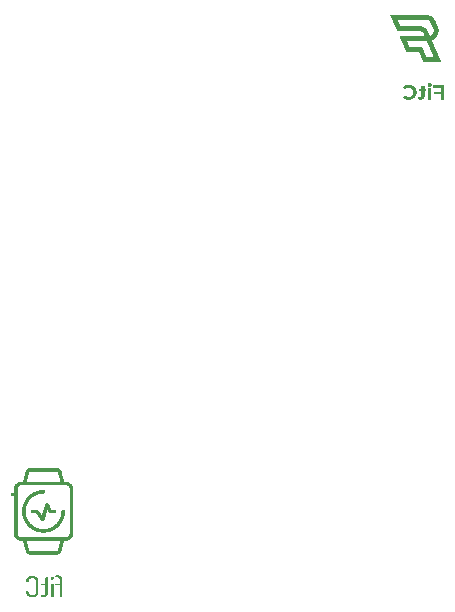
<source format=gbo>
G04*
G04 #@! TF.GenerationSoftware,Altium Limited,Altium Designer,22.9.1 (49)*
G04*
G04 Layer_Color=32896*
%FSLAX44Y44*%
%MOMM*%
G71*
G04*
G04 #@! TF.SameCoordinates,0914E3C7-33D6-4C2E-B1A8-6EB065383EFC*
G04*
G04*
G04 #@! TF.FilePolarity,Positive*
G04*
G01*
G75*
G36*
X720175Y514305D02*
X720753D01*
Y514189D01*
X721216D01*
Y514073D01*
X721563D01*
Y513958D01*
X721910D01*
Y513842D01*
X722258D01*
Y513726D01*
X722489D01*
Y513611D01*
X722720D01*
Y513495D01*
X722952D01*
Y513379D01*
X723183D01*
Y513264D01*
X723415D01*
Y513148D01*
X723530D01*
Y513032D01*
X723762D01*
Y512916D01*
X723877D01*
Y512801D01*
X724109D01*
Y512685D01*
X724225D01*
Y512569D01*
X724340D01*
Y512453D01*
X724572D01*
Y512338D01*
X724687D01*
Y512222D01*
X724803D01*
Y512106D01*
X724919D01*
Y511991D01*
X725034D01*
Y511875D01*
X725150D01*
Y511759D01*
X725266D01*
Y511643D01*
X725382D01*
Y511528D01*
X725497D01*
Y511412D01*
X725613D01*
Y511181D01*
X725729D01*
Y511065D01*
X725844D01*
Y510949D01*
X725960D01*
Y510718D01*
X726076D01*
Y510602D01*
X726192D01*
Y510371D01*
X726307D01*
Y510255D01*
X726423D01*
Y510023D01*
X726539D01*
Y509792D01*
X726655D01*
Y509561D01*
X726770D01*
Y509329D01*
X726886D01*
Y509098D01*
X727002D01*
Y508866D01*
X727117D01*
Y508519D01*
X727233D01*
Y508288D01*
X727349D01*
Y508056D01*
X727465D01*
Y507709D01*
X727580D01*
Y507478D01*
X727696D01*
Y507247D01*
X727812D01*
Y507015D01*
X727927D01*
Y506668D01*
X728043D01*
Y506437D01*
X728159D01*
Y506205D01*
X728274D01*
Y505858D01*
X728390D01*
Y505626D01*
X728506D01*
Y505395D01*
X728622D01*
Y505048D01*
X728737D01*
Y504817D01*
X728853D01*
Y504585D01*
X728969D01*
Y504238D01*
X729084D01*
Y504007D01*
X729200D01*
Y503659D01*
X729316D01*
Y503312D01*
X729432D01*
Y502850D01*
X729547D01*
Y502271D01*
X729663D01*
Y501230D01*
X729779D01*
Y500535D01*
X729663D01*
Y499494D01*
X729547D01*
Y498915D01*
X729432D01*
Y498452D01*
X729316D01*
Y498105D01*
X729200D01*
Y497758D01*
X729084D01*
Y497527D01*
X728969D01*
Y497180D01*
X728853D01*
Y496948D01*
X728737D01*
Y496717D01*
X728622D01*
Y496485D01*
X728506D01*
Y496370D01*
X728390D01*
Y496138D01*
X728274D01*
Y496022D01*
X728159D01*
Y495791D01*
X728043D01*
Y495675D01*
X727927D01*
Y495560D01*
X727812D01*
Y495328D01*
X727696D01*
Y495213D01*
X727580D01*
Y495097D01*
X727465D01*
Y494981D01*
X727349D01*
Y494865D01*
X727233D01*
Y494750D01*
X727117D01*
Y494634D01*
X727002D01*
Y494518D01*
X726886D01*
Y494403D01*
X726770D01*
Y494287D01*
X726655D01*
Y494171D01*
X726539D01*
Y494055D01*
X726423D01*
Y493940D01*
X726307D01*
Y493824D01*
X726076D01*
Y493708D01*
X725960D01*
Y493593D01*
X725729D01*
Y493477D01*
X725613D01*
Y493361D01*
X725382D01*
Y493245D01*
X725150D01*
Y493130D01*
X724919D01*
Y493014D01*
X724803D01*
Y492898D01*
X724456D01*
Y492783D01*
X724225D01*
Y492667D01*
X724109D01*
Y492435D01*
X724225D01*
Y492204D01*
X724340D01*
Y491857D01*
X724456D01*
Y491626D01*
X724572D01*
Y491394D01*
X724687D01*
Y491047D01*
X724803D01*
Y490816D01*
X724919D01*
Y490584D01*
X725034D01*
Y490237D01*
X725150D01*
Y490005D01*
X725266D01*
Y489774D01*
X725382D01*
Y489427D01*
X725497D01*
Y489196D01*
X725613D01*
Y488964D01*
X725729D01*
Y488733D01*
X725844D01*
Y488386D01*
X725960D01*
Y488154D01*
X726076D01*
Y487923D01*
X726192D01*
Y487576D01*
X726307D01*
Y487344D01*
X726423D01*
Y487113D01*
X726539D01*
Y486766D01*
X726655D01*
Y486534D01*
X726770D01*
Y486303D01*
X726886D01*
Y485956D01*
X727002D01*
Y485724D01*
X727117D01*
Y485493D01*
X727233D01*
Y485146D01*
X727349D01*
Y484914D01*
X727465D01*
Y484683D01*
X727580D01*
Y484451D01*
X727696D01*
Y484104D01*
X727812D01*
Y483873D01*
X727927D01*
Y483641D01*
X728043D01*
Y483294D01*
X728159D01*
Y483063D01*
X728274D01*
Y482831D01*
X728390D01*
Y482484D01*
X728506D01*
Y482253D01*
X728622D01*
Y482021D01*
X728737D01*
Y481790D01*
X728853D01*
Y481443D01*
X728969D01*
Y481212D01*
X729084D01*
Y480980D01*
X729200D01*
Y480633D01*
X729316D01*
Y480401D01*
X729432D01*
Y480170D01*
X729547D01*
Y479823D01*
X729663D01*
Y479591D01*
X729779D01*
Y479360D01*
X729894D01*
Y479129D01*
X730010D01*
Y478782D01*
X730126D01*
Y478550D01*
X730241D01*
Y478319D01*
X730357D01*
Y477972D01*
X730473D01*
Y477740D01*
X730589D01*
Y477509D01*
X730704D01*
Y477162D01*
X730820D01*
Y476930D01*
X730936D01*
Y476699D01*
X731051D01*
Y476352D01*
X731167D01*
Y476120D01*
X731283D01*
Y475889D01*
X731399D01*
Y475542D01*
X731514D01*
Y475310D01*
X731630D01*
Y475079D01*
X731746D01*
Y474732D01*
X716588D01*
Y474963D01*
X716472D01*
Y475195D01*
X716356D01*
Y475542D01*
X716240D01*
Y475773D01*
X716125D01*
Y476004D01*
X716009D01*
Y476352D01*
X715893D01*
Y476583D01*
X715778D01*
Y476814D01*
X715662D01*
Y477046D01*
X715546D01*
Y477393D01*
X715431D01*
Y477624D01*
X715315D01*
Y477856D01*
X715199D01*
Y478203D01*
X715083D01*
Y478434D01*
X714968D01*
Y478666D01*
X714852D01*
Y479013D01*
X714736D01*
Y479244D01*
X714621D01*
Y479476D01*
X714505D01*
Y479823D01*
X714389D01*
Y480054D01*
X714273D01*
Y480286D01*
X714158D01*
Y480633D01*
X714042D01*
Y480864D01*
X713926D01*
Y481096D01*
X713811D01*
Y481443D01*
X713695D01*
Y481674D01*
X713579D01*
Y481906D01*
X713463D01*
Y482137D01*
X713348D01*
Y482484D01*
X713232D01*
Y482716D01*
X702471D01*
Y482831D01*
X702355D01*
Y483063D01*
X702239D01*
Y483410D01*
X702124D01*
Y483641D01*
X702008D01*
Y483873D01*
X701892D01*
Y484220D01*
X701777D01*
Y484451D01*
X701661D01*
Y484683D01*
X701545D01*
Y485030D01*
X701430D01*
Y485261D01*
X701314D01*
Y485493D01*
X701198D01*
Y485724D01*
X701082D01*
Y486071D01*
X700967D01*
Y486303D01*
X700851D01*
Y486534D01*
X700735D01*
Y486881D01*
X700620D01*
Y487113D01*
X700504D01*
Y487344D01*
X700388D01*
Y487691D01*
X700272D01*
Y487923D01*
X700157D01*
Y488154D01*
X700041D01*
Y488501D01*
X699925D01*
Y488733D01*
X699809D01*
Y488964D01*
X699694D01*
Y489311D01*
X699578D01*
Y489543D01*
X699462D01*
Y489774D01*
X699347D01*
Y490121D01*
X699231D01*
Y490353D01*
X699115D01*
Y490584D01*
X698999D01*
Y490816D01*
X698884D01*
Y491163D01*
X698768D01*
Y491394D01*
X698652D01*
Y491626D01*
X698537D01*
Y491973D01*
X698421D01*
Y492204D01*
X698305D01*
Y492435D01*
X698190D01*
Y492783D01*
X698074D01*
Y493014D01*
X697958D01*
Y493245D01*
X697842D01*
Y493477D01*
X697727D01*
Y493824D01*
X697611D01*
Y494055D01*
X697495D01*
Y494287D01*
X697380D01*
Y494634D01*
X697264D01*
Y494865D01*
X697148D01*
Y495097D01*
X697032D01*
Y495444D01*
X696917D01*
Y495675D01*
X696801D01*
Y495907D01*
X696685D01*
Y496254D01*
X717976D01*
Y496370D01*
X717860D01*
Y496717D01*
X717745D01*
Y496948D01*
X717629D01*
Y497180D01*
X717513D01*
Y497527D01*
X717398D01*
Y497758D01*
X717282D01*
Y497990D01*
X717166D01*
Y498337D01*
X717050D01*
Y498452D01*
X716935D01*
Y498684D01*
X716819D01*
Y498915D01*
X716703D01*
Y499031D01*
X716588D01*
Y499262D01*
X716472D01*
Y499378D01*
X716356D01*
Y499494D01*
X716240D01*
Y499609D01*
X716125D01*
Y499725D01*
X716009D01*
Y499841D01*
X715893D01*
Y499957D01*
X715662D01*
Y500072D01*
X715546D01*
Y500188D01*
X715315D01*
Y500304D01*
X715199D01*
Y500420D01*
X714968D01*
Y500535D01*
X714736D01*
Y500651D01*
X714389D01*
Y500767D01*
X714042D01*
Y500882D01*
X713348D01*
Y500998D01*
X694487D01*
Y501230D01*
X694371D01*
Y501577D01*
X694255D01*
Y501808D01*
X694140D01*
Y502039D01*
X694024D01*
Y502387D01*
X693908D01*
Y502618D01*
X693792D01*
Y502850D01*
X693677D01*
Y503197D01*
X693561D01*
Y503428D01*
X693445D01*
Y503659D01*
X693330D01*
Y504007D01*
X693214D01*
Y504238D01*
X693098D01*
Y504469D01*
X692983D01*
Y504701D01*
X692867D01*
Y505048D01*
X692751D01*
Y505279D01*
X692635D01*
Y505511D01*
X692520D01*
Y505858D01*
X692404D01*
Y506089D01*
X692288D01*
Y506321D01*
X692173D01*
Y506668D01*
X692057D01*
Y506899D01*
X691941D01*
Y507131D01*
X691825D01*
Y507362D01*
X691710D01*
Y507709D01*
X691594D01*
Y507941D01*
X691478D01*
Y508172D01*
X691363D01*
Y508519D01*
X691247D01*
Y508751D01*
X691131D01*
Y508982D01*
X691015D01*
Y509329D01*
X690900D01*
Y509561D01*
X690784D01*
Y509792D01*
X690668D01*
Y510023D01*
X690553D01*
Y510371D01*
X690437D01*
Y510602D01*
X690321D01*
Y510834D01*
X690206D01*
Y511181D01*
X690090D01*
Y511412D01*
X689974D01*
Y511643D01*
X689858D01*
Y511991D01*
X689743D01*
Y512222D01*
X689627D01*
Y512453D01*
X689511D01*
Y512801D01*
X689396D01*
Y513032D01*
X689280D01*
Y513264D01*
X689164D01*
Y513611D01*
X689048D01*
Y513842D01*
X688933D01*
Y514073D01*
X688817D01*
Y514421D01*
X720175D01*
Y514305D01*
D02*
G37*
G36*
X722258Y456449D02*
X722836D01*
Y456334D01*
X723067D01*
Y456218D01*
X723183D01*
Y456102D01*
X723415D01*
Y455987D01*
X723530D01*
Y455755D01*
X723646D01*
Y455524D01*
X723762D01*
Y454366D01*
X723646D01*
Y454251D01*
X723530D01*
Y454019D01*
X723415D01*
Y453904D01*
X723299D01*
Y453788D01*
X723067D01*
Y453672D01*
X722836D01*
Y453557D01*
X722489D01*
Y453441D01*
X721679D01*
Y453557D01*
X721332D01*
Y453672D01*
X721100D01*
Y453788D01*
X720985D01*
Y453904D01*
X720869D01*
Y454019D01*
X720753D01*
Y454135D01*
X720638D01*
Y454251D01*
X720522D01*
Y454598D01*
X720406D01*
Y455408D01*
X720522D01*
Y455755D01*
X720638D01*
Y455871D01*
X720753D01*
Y455987D01*
X720869D01*
Y456102D01*
X720985D01*
Y456218D01*
X721100D01*
Y456334D01*
X721332D01*
Y456449D01*
X721910D01*
Y456565D01*
X722258D01*
Y456449D01*
D02*
G37*
G36*
X705595Y455061D02*
X706174D01*
Y454945D01*
X706637D01*
Y454829D01*
X706984D01*
Y454714D01*
X707331D01*
Y454598D01*
X707562D01*
Y454482D01*
X707794D01*
Y454366D01*
X708025D01*
Y454251D01*
X708141D01*
Y454135D01*
X708372D01*
Y454019D01*
X708604D01*
Y453904D01*
X708719D01*
Y453788D01*
X708835D01*
Y453672D01*
X708951D01*
Y453557D01*
X709066D01*
Y453441D01*
X709298D01*
Y453325D01*
X709414D01*
Y453209D01*
X709529D01*
Y452978D01*
X709645D01*
Y452862D01*
X709761D01*
Y452747D01*
X709876D01*
Y452631D01*
X709992D01*
Y452399D01*
X710108D01*
Y452284D01*
X710223D01*
Y452052D01*
X710339D01*
Y451821D01*
X710455D01*
Y451589D01*
X710571D01*
Y451358D01*
X710686D01*
Y451127D01*
X710802D01*
Y450779D01*
X710918D01*
Y450317D01*
X711033D01*
Y449507D01*
X711149D01*
Y448118D01*
X711033D01*
Y447424D01*
X710918D01*
Y446961D01*
X710802D01*
Y446614D01*
X710686D01*
Y446267D01*
X710571D01*
Y446035D01*
X710455D01*
Y445804D01*
X710339D01*
Y445573D01*
X710223D01*
Y445457D01*
X710108D01*
Y445225D01*
X709992D01*
Y445110D01*
X709876D01*
Y444878D01*
X709761D01*
Y444762D01*
X709645D01*
Y444647D01*
X709529D01*
Y444531D01*
X709414D01*
Y444415D01*
X709298D01*
Y444300D01*
X709182D01*
Y444184D01*
X709066D01*
Y444068D01*
X708951D01*
Y443952D01*
X708835D01*
Y443837D01*
X708604D01*
Y443721D01*
X708488D01*
Y443605D01*
X708256D01*
Y443490D01*
X708141D01*
Y443374D01*
X707909D01*
Y443258D01*
X707678D01*
Y443143D01*
X707446D01*
Y443027D01*
X707215D01*
Y442911D01*
X706868D01*
Y442795D01*
X706521D01*
Y442680D01*
X706058D01*
Y442564D01*
X705248D01*
Y442448D01*
X703628D01*
Y442564D01*
X702934D01*
Y442680D01*
X702355D01*
Y442795D01*
X702008D01*
Y442911D01*
X701661D01*
Y443027D01*
X701430D01*
Y443143D01*
X701198D01*
Y443258D01*
X700967D01*
Y443374D01*
X700851D01*
Y443490D01*
X700620D01*
Y443605D01*
X700504D01*
Y443721D01*
X700272D01*
Y443837D01*
X700157D01*
Y443952D01*
X700041D01*
Y444068D01*
X699925D01*
Y444184D01*
X699809D01*
Y444300D01*
X699694D01*
Y444415D01*
X699578D01*
Y444531D01*
X699462D01*
Y444762D01*
X699578D01*
Y444878D01*
X699694D01*
Y444994D01*
X699809D01*
Y445110D01*
X699925D01*
Y445225D01*
X700041D01*
Y445341D01*
X700157D01*
Y445457D01*
X700272D01*
Y445573D01*
X700388D01*
Y445688D01*
X700504D01*
Y445804D01*
X700620D01*
Y445920D01*
X700851D01*
Y446035D01*
X700967D01*
Y446151D01*
X701082D01*
Y446267D01*
X701314D01*
Y446151D01*
X701430D01*
Y446035D01*
X701545D01*
Y445920D01*
X701661D01*
Y445804D01*
X701892D01*
Y445688D01*
X702008D01*
Y445573D01*
X702124D01*
Y445457D01*
X702355D01*
Y445341D01*
X702587D01*
Y445225D01*
X702818D01*
Y445110D01*
X703165D01*
Y444994D01*
X703744D01*
Y444878D01*
X704901D01*
Y444994D01*
X705479D01*
Y445110D01*
X705826D01*
Y445225D01*
X706174D01*
Y445341D01*
X706289D01*
Y445457D01*
X706521D01*
Y445573D01*
X706752D01*
Y445688D01*
X706868D01*
Y445804D01*
X706984D01*
Y445920D01*
X707099D01*
Y446035D01*
X707215D01*
Y446151D01*
X707331D01*
Y446267D01*
X707446D01*
Y446382D01*
X707562D01*
Y446614D01*
X707678D01*
Y446730D01*
X707794D01*
Y446961D01*
X707909D01*
Y447308D01*
X708025D01*
Y447655D01*
X708141D01*
Y448234D01*
X708256D01*
Y449507D01*
X708141D01*
Y450085D01*
X708025D01*
Y450432D01*
X707909D01*
Y450664D01*
X707794D01*
Y450895D01*
X707678D01*
Y451011D01*
X707562D01*
Y451242D01*
X707446D01*
Y451358D01*
X707331D01*
Y451474D01*
X707215D01*
Y451705D01*
X706984D01*
Y451821D01*
X706868D01*
Y451937D01*
X706752D01*
Y452052D01*
X706637D01*
Y452168D01*
X706405D01*
Y452284D01*
X706174D01*
Y452399D01*
X705942D01*
Y452515D01*
X705595D01*
Y452631D01*
X705248D01*
Y452747D01*
X703512D01*
Y452631D01*
X703049D01*
Y452515D01*
X702702D01*
Y452399D01*
X702471D01*
Y452284D01*
X702239D01*
Y452168D01*
X702124D01*
Y452052D01*
X701892D01*
Y451937D01*
X701777D01*
Y451821D01*
X701661D01*
Y451705D01*
X701545D01*
Y451589D01*
X701430D01*
Y451474D01*
X701314D01*
Y451358D01*
X701082D01*
Y451474D01*
X700967D01*
Y451589D01*
X700851D01*
Y451705D01*
X700735D01*
Y451821D01*
X700620D01*
Y451937D01*
X700504D01*
Y452052D01*
X700388D01*
Y452168D01*
X700272D01*
Y452284D01*
X700157D01*
Y452399D01*
X700041D01*
Y452515D01*
X699809D01*
Y452631D01*
X699694D01*
Y452747D01*
X699578D01*
Y452862D01*
X699462D01*
Y453209D01*
X699578D01*
Y453325D01*
X699694D01*
Y453441D01*
X699809D01*
Y453557D01*
X699925D01*
Y453672D01*
X700041D01*
Y453788D01*
X700272D01*
Y453904D01*
X700388D01*
Y454019D01*
X700504D01*
Y454135D01*
X700735D01*
Y454251D01*
X700851D01*
Y454366D01*
X701082D01*
Y454482D01*
X701314D01*
Y454598D01*
X701545D01*
Y454714D01*
X701892D01*
Y454829D01*
X702239D01*
Y454945D01*
X702702D01*
Y455061D01*
X703281D01*
Y455177D01*
X705595D01*
Y455061D01*
D02*
G37*
G36*
X717860Y451937D02*
X719249D01*
Y451821D01*
X719365D01*
Y449854D01*
X717860D01*
Y445225D01*
X717745D01*
Y444647D01*
X717629D01*
Y444300D01*
X717513D01*
Y444068D01*
X717398D01*
Y443952D01*
X717282D01*
Y443721D01*
X717166D01*
Y443605D01*
X717050D01*
Y443490D01*
X716935D01*
Y443374D01*
X716819D01*
Y443258D01*
X716703D01*
Y443143D01*
X716472D01*
Y443027D01*
X716356D01*
Y442911D01*
X716125D01*
Y442795D01*
X715778D01*
Y442680D01*
X715315D01*
Y442564D01*
X713348D01*
Y442680D01*
X712885D01*
Y442795D01*
X712538D01*
Y442911D01*
X712306D01*
Y443027D01*
X712191D01*
Y443143D01*
X712075D01*
Y443258D01*
X712191D01*
Y443605D01*
X712306D01*
Y443837D01*
X712422D01*
Y444184D01*
X712538D01*
Y444531D01*
X712653D01*
Y444762D01*
X712769D01*
Y444994D01*
X713001D01*
Y444878D01*
X713348D01*
Y444762D01*
X714505D01*
Y444878D01*
X714621D01*
Y444994D01*
X714852D01*
Y445225D01*
X714968D01*
Y445457D01*
X715083D01*
Y449854D01*
X712769D01*
Y451937D01*
X715083D01*
Y454251D01*
X717860D01*
Y451937D01*
D02*
G37*
G36*
X734523Y442680D02*
X731746D01*
Y447077D01*
X731630D01*
Y447192D01*
X725960D01*
Y449391D01*
X726076D01*
Y449507D01*
X731746D01*
Y452631D01*
X731630D01*
Y452747D01*
X725266D01*
Y453441D01*
Y453557D01*
Y454945D01*
X734523D01*
Y442680D01*
D02*
G37*
G36*
X723415Y452052D02*
X723530D01*
Y442680D01*
X720753D01*
Y446845D01*
Y446961D01*
Y452168D01*
X723415D01*
Y452052D01*
D02*
G37*
G36*
X407224Y130537D02*
X407707D01*
Y130376D01*
X408030D01*
Y130215D01*
X408353D01*
Y130053D01*
X408675D01*
Y129892D01*
X408837D01*
Y129731D01*
X409159D01*
Y129569D01*
X409320D01*
Y129408D01*
X409482D01*
Y129247D01*
X409643D01*
Y128924D01*
X409804D01*
Y128763D01*
X409966D01*
Y128440D01*
X410127D01*
Y128279D01*
X410288D01*
Y127795D01*
X410449D01*
Y127311D01*
X410611D01*
Y126666D01*
X410772D01*
Y126182D01*
X410933D01*
Y125375D01*
X411095D01*
Y124730D01*
X411256D01*
Y124246D01*
X411417D01*
Y123601D01*
X411579D01*
Y122956D01*
X411740D01*
Y122311D01*
X411901D01*
Y121665D01*
X412062D01*
Y121182D01*
X412224D01*
Y120536D01*
X412385D01*
Y119891D01*
X412546D01*
Y119246D01*
X412708D01*
Y119085D01*
X415450D01*
Y118923D01*
X416095D01*
Y118762D01*
X416579D01*
Y118601D01*
X416902D01*
Y118440D01*
X417224D01*
Y118278D01*
X417385D01*
Y118117D01*
X417708D01*
Y117956D01*
X417869D01*
Y117794D01*
X418031D01*
Y117633D01*
X418192D01*
Y117472D01*
X418515D01*
Y117310D01*
X418676D01*
Y116988D01*
X418837D01*
Y116826D01*
X418998D01*
Y116665D01*
X419160D01*
Y116343D01*
X419321D01*
Y116181D01*
X419482D01*
Y115859D01*
X419644D01*
Y115536D01*
X419805D01*
Y115052D01*
X419966D01*
Y114568D01*
X420128D01*
Y113762D01*
X420289D01*
Y85857D01*
Y85695D01*
Y74404D01*
X420128D01*
Y73598D01*
X419966D01*
Y73114D01*
X419805D01*
Y72630D01*
X419644D01*
Y72307D01*
X419482D01*
Y71985D01*
X419321D01*
Y71824D01*
X419160D01*
Y71501D01*
X418998D01*
Y71340D01*
X418837D01*
Y71178D01*
X418676D01*
Y70856D01*
X418515D01*
Y70694D01*
X418353D01*
Y70533D01*
X418031D01*
Y70372D01*
X417869D01*
Y70210D01*
X417708D01*
Y70049D01*
X417385D01*
Y69888D01*
X417224D01*
Y69727D01*
X416902D01*
Y69565D01*
X416579D01*
Y69404D01*
X416095D01*
Y69243D01*
X415450D01*
Y69081D01*
X412708D01*
Y68759D01*
X412546D01*
Y68275D01*
X412385D01*
Y67630D01*
X412224D01*
Y66984D01*
X412062D01*
Y66339D01*
X411901D01*
Y65855D01*
X411740D01*
Y65210D01*
X411579D01*
Y64565D01*
X411417D01*
Y63920D01*
X411256D01*
Y63274D01*
X411095D01*
Y62629D01*
X410933D01*
Y61984D01*
X410772D01*
Y61500D01*
X410611D01*
Y60855D01*
X410449D01*
Y60371D01*
X410288D01*
Y59887D01*
X410127D01*
Y59565D01*
X409966D01*
Y59403D01*
X409804D01*
Y59242D01*
X409643D01*
Y58919D01*
X409482D01*
Y58758D01*
X409320D01*
Y58597D01*
X409159D01*
Y58436D01*
X408837D01*
Y58274D01*
X408675D01*
Y58113D01*
X408514D01*
Y57951D01*
X408191D01*
Y57790D01*
X407707D01*
Y57629D01*
X407385D01*
Y57468D01*
X406256D01*
Y57306D01*
X384157D01*
Y57468D01*
X383190D01*
Y57629D01*
X382706D01*
Y57790D01*
X382383D01*
Y57951D01*
X382061D01*
Y58113D01*
X381738D01*
Y58274D01*
X381577D01*
Y58436D01*
X381415D01*
Y58597D01*
X381254D01*
Y58758D01*
X381093D01*
Y58919D01*
X380931D01*
Y59081D01*
X380770D01*
Y59242D01*
X380609D01*
Y59403D01*
X380448D01*
Y59726D01*
X380286D01*
Y60048D01*
X380125D01*
Y60532D01*
X379964D01*
Y61016D01*
X379802D01*
Y61662D01*
X379641D01*
Y62145D01*
X379480D01*
Y62791D01*
X379318D01*
Y63436D01*
X379157D01*
Y64081D01*
X378996D01*
Y64726D01*
X378834D01*
Y65210D01*
X378673D01*
Y65855D01*
X378512D01*
Y66501D01*
X378351D01*
Y67146D01*
X378189D01*
Y67791D01*
X378028D01*
Y68436D01*
X377867D01*
Y68920D01*
X377705D01*
Y69081D01*
X374963D01*
Y69243D01*
X374318D01*
Y69404D01*
X373834D01*
Y69565D01*
X373512D01*
Y69727D01*
X373350D01*
Y69888D01*
X373028D01*
Y70049D01*
X372705D01*
Y70210D01*
X372544D01*
Y70372D01*
X372382D01*
Y70533D01*
X372221D01*
Y70694D01*
X372060D01*
Y70856D01*
X371898D01*
Y71017D01*
X371737D01*
Y71178D01*
X371576D01*
Y71340D01*
X371415D01*
Y71501D01*
X371253D01*
Y71824D01*
X371092D01*
Y71985D01*
X370931D01*
Y72307D01*
X370769D01*
Y72630D01*
X370608D01*
Y73114D01*
X370447D01*
Y73598D01*
X370285D01*
Y74727D01*
X370124D01*
Y106664D01*
X368834D01*
Y106826D01*
X368350D01*
Y106987D01*
X368027D01*
Y107148D01*
X367866D01*
Y107310D01*
X367705D01*
Y107632D01*
X367543D01*
Y108923D01*
X367705D01*
Y109245D01*
X367866D01*
Y109407D01*
X368027D01*
Y109568D01*
X368350D01*
Y109729D01*
X370124D01*
Y113439D01*
X370285D01*
Y114568D01*
X370447D01*
Y115052D01*
X370608D01*
Y115375D01*
X370769D01*
Y115859D01*
X370931D01*
Y116020D01*
X371092D01*
Y116343D01*
X371253D01*
Y116665D01*
X371415D01*
Y116826D01*
X371576D01*
Y116988D01*
X371737D01*
Y117149D01*
X371898D01*
Y117310D01*
X372060D01*
Y117472D01*
X372221D01*
Y117633D01*
X372382D01*
Y117794D01*
X372544D01*
Y117956D01*
X372866D01*
Y118117D01*
X373028D01*
Y118278D01*
X373350D01*
Y118440D01*
X373673D01*
Y118601D01*
X373995D01*
Y118762D01*
X374479D01*
Y118923D01*
X374963D01*
Y119085D01*
X377705D01*
Y119246D01*
X377867D01*
Y119730D01*
X378028D01*
Y120375D01*
X378189D01*
Y121020D01*
X378351D01*
Y121665D01*
X378512D01*
Y122311D01*
X378673D01*
Y122795D01*
X378834D01*
Y123440D01*
X378996D01*
Y124085D01*
X379157D01*
Y124730D01*
X379318D01*
Y125375D01*
X379480D01*
Y126021D01*
X379641D01*
Y126505D01*
X379802D01*
Y127150D01*
X379964D01*
Y127634D01*
X380125D01*
Y128118D01*
X380286D01*
Y128440D01*
X380448D01*
Y128602D01*
X380609D01*
Y128924D01*
X380770D01*
Y129085D01*
X380931D01*
Y129247D01*
X381093D01*
Y129408D01*
X381254D01*
Y129569D01*
X381415D01*
Y129731D01*
X381577D01*
Y129892D01*
X381738D01*
Y130053D01*
X382061D01*
Y130215D01*
X382383D01*
Y130376D01*
X382706D01*
Y130537D01*
X383351D01*
Y130698D01*
X407224D01*
Y130537D01*
D02*
G37*
G36*
X403191Y38273D02*
X403514D01*
Y38112D01*
X403675D01*
Y37789D01*
X403836D01*
Y36821D01*
X403675D01*
Y36498D01*
X403352D01*
Y36337D01*
X403191D01*
Y36176D01*
X402062D01*
Y36337D01*
X401900D01*
Y36498D01*
X401739D01*
Y36660D01*
X401578D01*
Y36821D01*
X401417D01*
Y37789D01*
X401578D01*
Y37950D01*
X401739D01*
Y38112D01*
X401900D01*
Y38273D01*
X402062D01*
Y38434D01*
X403191D01*
Y38273D01*
D02*
G37*
G36*
X386899Y39079D02*
X387545D01*
Y38918D01*
X388029D01*
Y38757D01*
X388513D01*
Y38595D01*
X388674D01*
Y38434D01*
X388997D01*
Y38273D01*
X389158D01*
Y38112D01*
X389480D01*
Y37950D01*
X389642D01*
Y37789D01*
X389803D01*
Y37628D01*
X389964D01*
Y37305D01*
X390126D01*
Y37144D01*
X390287D01*
Y36821D01*
X390448D01*
Y36498D01*
X390610D01*
Y36015D01*
X390771D01*
Y35369D01*
X390932D01*
Y25046D01*
X390771D01*
Y24401D01*
X390610D01*
Y23917D01*
X390448D01*
Y23594D01*
X390287D01*
Y23272D01*
X390126D01*
Y23110D01*
X389964D01*
Y22949D01*
X389803D01*
Y22627D01*
X389642D01*
Y22465D01*
X389319D01*
Y22304D01*
X389158D01*
Y22143D01*
X388997D01*
Y21981D01*
X388674D01*
Y21820D01*
X388351D01*
Y21659D01*
X388029D01*
Y21497D01*
X387545D01*
Y21336D01*
X386738D01*
Y21175D01*
X384641D01*
Y21336D01*
X383835D01*
Y21497D01*
X383351D01*
Y21659D01*
X383028D01*
Y21820D01*
X382706D01*
Y21981D01*
X382383D01*
Y22143D01*
X382061D01*
Y22304D01*
X381899D01*
Y22465D01*
X381738D01*
Y22627D01*
X381577D01*
Y22788D01*
X381415D01*
Y22949D01*
X381254D01*
Y23110D01*
X381093D01*
Y23433D01*
X380931D01*
Y23756D01*
X380770D01*
Y24078D01*
X380609D01*
Y24562D01*
X380448D01*
Y26175D01*
X380609D01*
Y26498D01*
X380931D01*
Y26659D01*
X382061D01*
Y26498D01*
X382222D01*
Y26337D01*
X382383D01*
Y26014D01*
X382544D01*
Y25046D01*
X382706D01*
Y24562D01*
X382867D01*
Y24240D01*
X383028D01*
Y24078D01*
X383190D01*
Y23756D01*
X383351D01*
Y23594D01*
X383674D01*
Y23433D01*
X383996D01*
Y23272D01*
X384319D01*
Y23110D01*
X386738D01*
Y23272D01*
X387222D01*
Y23433D01*
X387545D01*
Y23594D01*
X387867D01*
Y23756D01*
X388029D01*
Y23917D01*
X388190D01*
Y24078D01*
X388351D01*
Y24401D01*
X388513D01*
Y24723D01*
X388674D01*
Y25207D01*
X388835D01*
Y35208D01*
X388674D01*
Y35692D01*
X388513D01*
Y36015D01*
X388351D01*
Y36337D01*
X388190D01*
Y36498D01*
X388029D01*
Y36660D01*
X387867D01*
Y36821D01*
X387706D01*
Y36982D01*
X387383D01*
Y37144D01*
X386899D01*
Y37305D01*
X385932D01*
Y37466D01*
X385448D01*
Y37305D01*
X384319D01*
Y37144D01*
X383996D01*
Y36982D01*
X383674D01*
Y36821D01*
X383351D01*
Y36660D01*
X383190D01*
Y36498D01*
X383028D01*
Y36176D01*
X382867D01*
Y36015D01*
X382706D01*
Y35531D01*
X382544D01*
Y34563D01*
X382383D01*
Y34079D01*
X382061D01*
Y33918D01*
X380770D01*
Y34079D01*
X380609D01*
Y34240D01*
X380448D01*
Y36015D01*
X380609D01*
Y36498D01*
X380770D01*
Y36821D01*
X380931D01*
Y37144D01*
X381093D01*
Y37305D01*
X381254D01*
Y37466D01*
X381415D01*
Y37628D01*
X381577D01*
Y37789D01*
X381738D01*
Y37950D01*
X381899D01*
Y38112D01*
X382061D01*
Y38273D01*
X382222D01*
Y38434D01*
X382544D01*
Y38595D01*
X382867D01*
Y38757D01*
X383190D01*
Y38918D01*
X383674D01*
Y39079D01*
X384480D01*
Y39241D01*
X386899D01*
Y39079D01*
D02*
G37*
G36*
X407062Y39886D02*
X408191D01*
Y39725D01*
X408675D01*
Y39563D01*
X408998D01*
Y39402D01*
X409159D01*
Y39241D01*
X409482D01*
Y39079D01*
X409643D01*
Y38918D01*
X409804D01*
Y38757D01*
X409966D01*
Y38595D01*
X410127D01*
Y38434D01*
X410288D01*
Y38273D01*
X410449D01*
Y37950D01*
X410611D01*
Y37789D01*
X410772D01*
Y37466D01*
X410933D01*
Y37144D01*
X411095D01*
Y36498D01*
X411256D01*
Y21659D01*
X411095D01*
Y21497D01*
X410772D01*
Y21336D01*
X409804D01*
Y21497D01*
X409482D01*
Y21659D01*
X409320D01*
Y31337D01*
X405611D01*
Y31498D01*
X405449D01*
Y31821D01*
X405288D01*
Y32466D01*
X405449D01*
Y32789D01*
X405611D01*
Y32950D01*
X409320D01*
Y36015D01*
X409159D01*
Y36498D01*
X408998D01*
Y36821D01*
X408837D01*
Y37144D01*
X408675D01*
Y37305D01*
X408514D01*
Y37466D01*
X408353D01*
Y37628D01*
X408191D01*
Y37789D01*
X407869D01*
Y37950D01*
X407546D01*
Y38112D01*
X405933D01*
Y38273D01*
X405611D01*
Y38434D01*
X405449D01*
Y38595D01*
X405288D01*
Y39402D01*
X405449D01*
Y39725D01*
X405611D01*
Y39886D01*
X406094D01*
Y40047D01*
X407062D01*
Y39886D01*
D02*
G37*
G36*
X403191Y32789D02*
X403352D01*
Y32627D01*
X403514D01*
Y32466D01*
X403675D01*
Y21820D01*
X403514D01*
Y21659D01*
X403352D01*
Y21497D01*
X403030D01*
Y21336D01*
X402223D01*
Y21497D01*
X401900D01*
Y21659D01*
X401739D01*
Y21820D01*
X401578D01*
Y25207D01*
Y25369D01*
Y32466D01*
X401739D01*
Y32627D01*
X401900D01*
Y32789D01*
X402062D01*
Y32950D01*
X403191D01*
Y32789D01*
D02*
G37*
G36*
X398029Y38273D02*
X398352D01*
Y38112D01*
X398675D01*
Y37789D01*
X398836D01*
Y24562D01*
X398675D01*
Y23594D01*
X398513D01*
Y23272D01*
X398352D01*
Y22949D01*
X398191D01*
Y22627D01*
X398029D01*
Y22465D01*
X397868D01*
Y22304D01*
X397707D01*
Y22143D01*
X397545D01*
Y21981D01*
X397223D01*
Y21820D01*
X396900D01*
Y21659D01*
X396578D01*
Y21497D01*
X395771D01*
Y21336D01*
X393513D01*
Y21497D01*
X393352D01*
Y21659D01*
X393190D01*
Y21981D01*
X393029D01*
Y22627D01*
X393190D01*
Y22788D01*
X393352D01*
Y22949D01*
X393513D01*
Y23110D01*
X395448D01*
Y23272D01*
X395932D01*
Y23433D01*
X396255D01*
Y23594D01*
X396416D01*
Y23917D01*
X396578D01*
Y24401D01*
X396739D01*
Y26820D01*
Y26982D01*
Y31337D01*
X393352D01*
Y31498D01*
X393190D01*
Y31821D01*
X393029D01*
Y32466D01*
X393190D01*
Y32789D01*
X393352D01*
Y32950D01*
X396739D01*
Y37950D01*
X396900D01*
Y38112D01*
X397062D01*
Y38273D01*
X397545D01*
Y38434D01*
X398029D01*
Y38273D01*
D02*
G37*
%LPC*%
G36*
X719133Y510371D02*
X695065D01*
Y510023D01*
X695181D01*
Y509792D01*
X695297D01*
Y509561D01*
X695413D01*
Y509329D01*
X695528D01*
Y508982D01*
X695644D01*
Y508751D01*
X695760D01*
Y508519D01*
X695875D01*
Y508172D01*
X695991D01*
Y507941D01*
X696107D01*
Y507709D01*
X696223D01*
Y507362D01*
X696338D01*
Y507131D01*
X696454D01*
Y506899D01*
X696570D01*
Y506552D01*
X696685D01*
Y506321D01*
X696801D01*
Y506089D01*
X696917D01*
Y505858D01*
X697032D01*
Y505511D01*
X697148D01*
Y505279D01*
X697264D01*
Y505048D01*
X714158D01*
Y504932D01*
X714852D01*
Y504817D01*
X715315D01*
Y504701D01*
X715662D01*
Y504585D01*
X716009D01*
Y504469D01*
X716240D01*
Y504354D01*
X716588D01*
Y504238D01*
X716819D01*
Y504122D01*
X717050D01*
Y504007D01*
X717282D01*
Y503891D01*
X717398D01*
Y503775D01*
X717629D01*
Y503659D01*
X717745D01*
Y503544D01*
X717976D01*
Y503428D01*
X718092D01*
Y503312D01*
X718323D01*
Y503197D01*
X718439D01*
Y503081D01*
X718555D01*
Y502965D01*
X718670D01*
Y502850D01*
X718786D01*
Y502734D01*
X718902D01*
Y502618D01*
X719133D01*
Y502387D01*
X719249D01*
Y502271D01*
X719365D01*
Y502155D01*
X719480D01*
Y502039D01*
X719596D01*
Y501924D01*
X719712D01*
Y501808D01*
X719827D01*
Y501692D01*
X719943D01*
Y501461D01*
X720059D01*
Y501345D01*
X720175D01*
Y501114D01*
X720290D01*
Y500998D01*
X720406D01*
Y500767D01*
X720522D01*
Y500535D01*
X720638D01*
Y500420D01*
X720753D01*
Y500188D01*
X720869D01*
Y499841D01*
X720985D01*
Y499609D01*
X721100D01*
Y499378D01*
X721216D01*
Y499147D01*
X721332D01*
Y498800D01*
X721448D01*
Y498568D01*
X721563D01*
Y498337D01*
X721679D01*
Y497990D01*
X721795D01*
Y497758D01*
X721910D01*
Y497527D01*
X722026D01*
Y497180D01*
X722142D01*
Y496948D01*
X722258D01*
Y496717D01*
X722373D01*
Y496485D01*
X722605D01*
Y496601D01*
X722836D01*
Y496717D01*
X723067D01*
Y496833D01*
X723299D01*
Y496948D01*
X723530D01*
Y497064D01*
X723646D01*
Y497180D01*
X723762D01*
Y497295D01*
X723993D01*
Y497411D01*
X724109D01*
Y497527D01*
X724225D01*
Y497643D01*
X724340D01*
Y497758D01*
X724456D01*
Y497874D01*
X724572D01*
Y498105D01*
X724687D01*
Y498221D01*
X724803D01*
Y498452D01*
X724919D01*
Y498568D01*
X725034D01*
Y498800D01*
X725150D01*
Y499031D01*
X725266D01*
Y499378D01*
X725382D01*
Y499725D01*
X725497D01*
Y500304D01*
X725613D01*
Y501461D01*
X725497D01*
Y502039D01*
X725382D01*
Y502387D01*
X725266D01*
Y502734D01*
X725150D01*
Y502965D01*
X725034D01*
Y503197D01*
X724919D01*
Y503544D01*
X724803D01*
Y503775D01*
X724687D01*
Y504007D01*
X724572D01*
Y504354D01*
X724456D01*
Y504585D01*
X724340D01*
Y504817D01*
X724225D01*
Y505164D01*
X724109D01*
Y505395D01*
X723993D01*
Y505626D01*
X723877D01*
Y505858D01*
X723762D01*
Y506205D01*
X723646D01*
Y506437D01*
X723530D01*
Y506668D01*
X723415D01*
Y507015D01*
X723299D01*
Y507247D01*
X723183D01*
Y507478D01*
X723067D01*
Y507709D01*
X722952D01*
Y507941D01*
X722836D01*
Y508172D01*
X722720D01*
Y508288D01*
X722605D01*
Y508519D01*
X722489D01*
Y508635D01*
X722373D01*
Y508751D01*
X722258D01*
Y508866D01*
X722142D01*
Y508982D01*
X722026D01*
Y509098D01*
X721910D01*
Y509214D01*
X721795D01*
Y509329D01*
X721679D01*
Y509445D01*
X721448D01*
Y509561D01*
X721332D01*
Y509676D01*
X721100D01*
Y509792D01*
X720869D01*
Y509908D01*
X720638D01*
Y510023D01*
X720290D01*
Y510139D01*
X719943D01*
Y510255D01*
X719133D01*
Y510371D01*
D02*
G37*
G36*
X719827Y492088D02*
X702934D01*
Y491973D01*
X703049D01*
Y491626D01*
X703165D01*
Y491394D01*
X703281D01*
Y491163D01*
X703397D01*
Y490816D01*
X703512D01*
Y490584D01*
X703628D01*
Y490353D01*
X703744D01*
Y490121D01*
X703859D01*
Y489774D01*
X703975D01*
Y489543D01*
X704091D01*
Y489311D01*
X704206D01*
Y488964D01*
X704322D01*
Y488733D01*
X704438D01*
Y488501D01*
X704554D01*
Y488154D01*
X704669D01*
Y487923D01*
X704785D01*
Y487691D01*
X704901D01*
Y487344D01*
X705016D01*
Y487113D01*
X705132D01*
Y486881D01*
X715893D01*
Y486766D01*
X716009D01*
Y486418D01*
X716125D01*
Y486187D01*
X716240D01*
Y485956D01*
X716356D01*
Y485608D01*
X716472D01*
Y485377D01*
X716588D01*
Y485146D01*
X716703D01*
Y484799D01*
X716819D01*
Y484567D01*
X716935D01*
Y484336D01*
X717050D01*
Y483988D01*
X717166D01*
Y483757D01*
X717282D01*
Y483526D01*
X717398D01*
Y483179D01*
X717513D01*
Y482947D01*
X717629D01*
Y482716D01*
X717745D01*
Y482484D01*
X717860D01*
Y482137D01*
X717976D01*
Y481906D01*
X718092D01*
Y481674D01*
X718208D01*
Y481327D01*
X718323D01*
Y481096D01*
X718439D01*
Y480864D01*
X718555D01*
Y480517D01*
X718670D01*
Y480286D01*
X718786D01*
Y480054D01*
X718902D01*
Y479823D01*
X719018D01*
Y479476D01*
X719133D01*
Y479244D01*
X719249D01*
Y479013D01*
X719365D01*
Y478897D01*
X725497D01*
Y479129D01*
X725382D01*
Y479360D01*
X725266D01*
Y479591D01*
X725150D01*
Y479823D01*
X725034D01*
Y480170D01*
X724919D01*
Y480401D01*
X724803D01*
Y480633D01*
X724687D01*
Y480980D01*
X724572D01*
Y481096D01*
Y481212D01*
X724456D01*
Y481443D01*
X724340D01*
Y481790D01*
X724225D01*
Y482021D01*
X724109D01*
Y482253D01*
X723993D01*
Y482600D01*
X723877D01*
Y482831D01*
X723762D01*
Y483063D01*
X723646D01*
Y483294D01*
X723530D01*
Y483641D01*
X723415D01*
Y483873D01*
X723299D01*
Y484104D01*
X723183D01*
Y484451D01*
X723067D01*
Y484683D01*
X722952D01*
Y484914D01*
X722836D01*
Y485146D01*
X722720D01*
Y485493D01*
X722605D01*
Y485724D01*
X722489D01*
Y485956D01*
X722373D01*
Y486303D01*
X722258D01*
Y486534D01*
X722142D01*
Y486766D01*
X722026D01*
Y487113D01*
X721910D01*
Y487344D01*
X721795D01*
Y487576D01*
X721679D01*
Y487923D01*
X721563D01*
Y488154D01*
X721448D01*
Y488386D01*
X721332D01*
Y488733D01*
X721216D01*
Y488964D01*
X721100D01*
Y489196D01*
X720985D01*
Y489543D01*
X720869D01*
Y489774D01*
X720753D01*
Y490005D01*
X720638D01*
Y490237D01*
X720522D01*
Y490584D01*
X720406D01*
Y490816D01*
X720290D01*
Y491047D01*
X720175D01*
Y491394D01*
X720059D01*
Y491626D01*
X719943D01*
Y491857D01*
X719827D01*
Y492088D01*
D02*
G37*
G36*
X406740Y127634D02*
X383835D01*
Y127472D01*
X383512D01*
Y127311D01*
X383351D01*
Y127150D01*
X383190D01*
Y126988D01*
X383028D01*
Y126666D01*
X382867D01*
Y126182D01*
X382706D01*
Y125537D01*
X382544D01*
Y124892D01*
X382383D01*
Y124246D01*
X382222D01*
Y123763D01*
X382061D01*
Y123117D01*
X381899D01*
Y122472D01*
X381738D01*
Y121827D01*
X381577D01*
Y121182D01*
X381415D01*
Y120536D01*
X381254D01*
Y119891D01*
X381093D01*
Y119085D01*
X409320D01*
Y119246D01*
X409482D01*
Y119569D01*
X409320D01*
Y120214D01*
X409159D01*
Y120698D01*
X408998D01*
Y121343D01*
X408837D01*
Y121988D01*
X408675D01*
Y122633D01*
X408514D01*
Y123279D01*
X408353D01*
Y123763D01*
X408191D01*
Y124408D01*
X408030D01*
Y125053D01*
X407869D01*
Y125698D01*
X407707D01*
Y126182D01*
X407546D01*
Y126827D01*
X407385D01*
Y126988D01*
X407224D01*
Y127311D01*
X407062D01*
Y127472D01*
X406740D01*
Y127634D01*
D02*
G37*
G36*
X415127Y116020D02*
X375447D01*
Y115859D01*
X374963D01*
Y115697D01*
X374641D01*
Y115536D01*
X374479D01*
Y115375D01*
X374318D01*
Y115213D01*
X374157D01*
Y115052D01*
X373995D01*
Y114891D01*
X373834D01*
Y114730D01*
X373673D01*
Y114407D01*
X373512D01*
Y114084D01*
X373350D01*
Y74082D01*
X373512D01*
Y73759D01*
X373673D01*
Y73436D01*
X373834D01*
Y73275D01*
X373995D01*
Y73114D01*
X374157D01*
Y72953D01*
X374318D01*
Y72791D01*
X374479D01*
Y72630D01*
X374641D01*
Y72469D01*
X374963D01*
Y72307D01*
X375447D01*
Y72146D01*
X415127D01*
Y72307D01*
X415450D01*
Y72469D01*
X415772D01*
Y72630D01*
X415934D01*
Y72791D01*
X416256D01*
Y72953D01*
X416418D01*
Y73114D01*
X416579D01*
Y73436D01*
X416740D01*
Y73598D01*
X416902D01*
Y74082D01*
X417063D01*
Y74566D01*
X417224D01*
Y113601D01*
X417063D01*
Y114084D01*
X416902D01*
Y114568D01*
X416740D01*
Y114730D01*
X416579D01*
Y114891D01*
X416418D01*
Y115213D01*
X416256D01*
Y115375D01*
X415934D01*
Y115536D01*
X415772D01*
Y115697D01*
X415450D01*
Y115859D01*
X415127D01*
Y116020D01*
D02*
G37*
G36*
X409320Y69081D02*
X381093D01*
Y68275D01*
X381254D01*
Y67630D01*
X381415D01*
Y66984D01*
X381577D01*
Y66339D01*
X381738D01*
Y65694D01*
X381899D01*
Y65049D01*
X382061D01*
Y64404D01*
X382222D01*
Y63758D01*
X382383D01*
Y63113D01*
X382544D01*
Y62629D01*
X382706D01*
Y61984D01*
X382867D01*
Y61339D01*
X383028D01*
Y61178D01*
X383190D01*
Y60855D01*
X383351D01*
Y60694D01*
X383674D01*
Y60532D01*
X406740D01*
Y60694D01*
X407062D01*
Y60855D01*
X407224D01*
Y61016D01*
X407385D01*
Y61339D01*
X407546D01*
Y61823D01*
X407707D01*
Y62468D01*
X407869D01*
Y63113D01*
X408030D01*
Y63758D01*
X408191D01*
Y64242D01*
X408353D01*
Y64887D01*
X408514D01*
Y65533D01*
X408675D01*
Y66178D01*
X408837D01*
Y66823D01*
X408998D01*
Y67146D01*
Y67307D01*
X409159D01*
Y67952D01*
X409320D01*
Y68597D01*
X409482D01*
Y68920D01*
X409320D01*
Y69081D01*
D02*
G37*
%LPD*%
G36*
X398675Y101180D02*
X398997D01*
Y101019D01*
X399158D01*
Y100858D01*
X399320D01*
Y100696D01*
X399481D01*
Y100374D01*
X399642D01*
Y100051D01*
X399804D01*
Y99729D01*
X399965D01*
Y99406D01*
X400126D01*
Y99083D01*
X400288D01*
Y98600D01*
X400449D01*
Y98277D01*
X400610D01*
Y97954D01*
X400771D01*
Y97632D01*
X400933D01*
Y97309D01*
X401094D01*
Y96987D01*
X401255D01*
Y96664D01*
X401417D01*
Y96341D01*
X401578D01*
Y96019D01*
X401739D01*
Y95696D01*
X401900D01*
Y95535D01*
X404965D01*
Y95373D01*
X405288D01*
Y95212D01*
X405449D01*
Y95051D01*
X405611D01*
Y94889D01*
X405772D01*
Y94567D01*
X405933D01*
Y93438D01*
X405772D01*
Y93115D01*
X405611D01*
Y92954D01*
X405449D01*
Y92793D01*
X405288D01*
Y92631D01*
X404804D01*
Y92470D01*
X400449D01*
Y92631D01*
X400126D01*
Y92793D01*
X399804D01*
Y92954D01*
X399642D01*
Y93277D01*
X399481D01*
Y93438D01*
X399320D01*
Y93760D01*
X399158D01*
Y94244D01*
X398997D01*
Y94567D01*
X398836D01*
Y94889D01*
X398675D01*
Y95212D01*
X398352D01*
Y94728D01*
X398191D01*
Y94083D01*
X398029D01*
Y93599D01*
X397868D01*
Y92954D01*
X397707D01*
Y92309D01*
X397545D01*
Y91825D01*
X397384D01*
Y91180D01*
X397223D01*
Y90696D01*
X397062D01*
Y90050D01*
X396900D01*
Y89567D01*
X396739D01*
Y88921D01*
X396578D01*
Y88438D01*
X396416D01*
Y87792D01*
X396255D01*
Y87308D01*
X396094D01*
Y86825D01*
X395932D01*
Y86341D01*
X395771D01*
Y86179D01*
X395610D01*
Y86018D01*
X395448D01*
Y85857D01*
X395126D01*
Y85695D01*
X393997D01*
Y85857D01*
X393674D01*
Y86018D01*
X393513D01*
Y86179D01*
X393352D01*
Y86341D01*
X393190D01*
Y86502D01*
X393029D01*
Y86825D01*
X392868D01*
Y86986D01*
X392706D01*
Y87147D01*
X392545D01*
Y87470D01*
X392384D01*
Y87631D01*
X392223D01*
Y87792D01*
X392061D01*
Y88115D01*
X391900D01*
Y88276D01*
X391739D01*
Y88438D01*
X391577D01*
Y88760D01*
X391416D01*
Y88921D01*
X391255D01*
Y89083D01*
X391093D01*
Y89405D01*
X390932D01*
Y89567D01*
X390771D01*
Y89728D01*
X390610D01*
Y90050D01*
X390448D01*
Y90212D01*
X390287D01*
Y90373D01*
X390126D01*
Y90696D01*
X389964D01*
Y90857D01*
X389803D01*
Y91018D01*
X389642D01*
Y91341D01*
X389480D01*
Y91502D01*
X389319D01*
Y91664D01*
X389158D01*
Y91986D01*
X388997D01*
Y92147D01*
X388835D01*
Y92309D01*
X388674D01*
Y92470D01*
X385609D01*
Y92631D01*
X385286D01*
Y92793D01*
X384964D01*
Y92954D01*
X384803D01*
Y93277D01*
X384641D01*
Y93599D01*
X384480D01*
Y94406D01*
X384641D01*
Y94889D01*
X384803D01*
Y95051D01*
X384964D01*
Y95212D01*
X385125D01*
Y95373D01*
X385448D01*
Y95535D01*
X389964D01*
Y95373D01*
X390287D01*
Y95212D01*
X390448D01*
Y95051D01*
X390610D01*
Y94889D01*
X390771D01*
Y94728D01*
X390932D01*
Y94406D01*
X391093D01*
Y94244D01*
X391255D01*
Y94083D01*
X391416D01*
Y93760D01*
X391577D01*
Y93599D01*
X391739D01*
Y93438D01*
X391900D01*
Y93115D01*
X392061D01*
Y92954D01*
X392223D01*
Y92793D01*
X392384D01*
Y92470D01*
X392545D01*
Y92309D01*
X392706D01*
Y92147D01*
X392868D01*
Y91825D01*
X393029D01*
Y91664D01*
X393190D01*
Y91502D01*
X393352D01*
Y91180D01*
X393513D01*
Y91018D01*
X393674D01*
Y90857D01*
X393835D01*
Y90696D01*
X393997D01*
Y91180D01*
X394158D01*
Y91664D01*
X394319D01*
Y92309D01*
X394481D01*
Y92954D01*
X394642D01*
Y93438D01*
X394803D01*
Y94083D01*
X394965D01*
Y94567D01*
X395126D01*
Y95212D01*
X395287D01*
Y95696D01*
X395448D01*
Y96341D01*
X395610D01*
Y96825D01*
X395771D01*
Y97470D01*
X395932D01*
Y97954D01*
X396094D01*
Y98600D01*
X396255D01*
Y99083D01*
X396416D01*
Y99729D01*
X396578D01*
Y100212D01*
X396739D01*
Y100696D01*
X396900D01*
Y100858D01*
X397062D01*
Y101019D01*
X397223D01*
Y101180D01*
X397545D01*
Y101342D01*
X398675D01*
Y101180D01*
D02*
G37*
G36*
X395287Y112149D02*
X395932D01*
Y111987D01*
X396094D01*
Y111826D01*
X396416D01*
Y111504D01*
X396578D01*
Y111181D01*
X396739D01*
Y110213D01*
X396578D01*
Y109891D01*
X396416D01*
Y109568D01*
X396255D01*
Y109407D01*
X395932D01*
Y109245D01*
X395448D01*
Y109084D01*
X393029D01*
Y108923D01*
X392061D01*
Y108762D01*
X391416D01*
Y108600D01*
X390932D01*
Y108439D01*
X390448D01*
Y108278D01*
X389964D01*
Y108116D01*
X389480D01*
Y107955D01*
X389158D01*
Y107794D01*
X388835D01*
Y107632D01*
X388513D01*
Y107471D01*
X388190D01*
Y107310D01*
X387867D01*
Y107148D01*
X387545D01*
Y106987D01*
X387383D01*
Y106826D01*
X387061D01*
Y106664D01*
X386899D01*
Y106503D01*
X386577D01*
Y106342D01*
X386416D01*
Y106181D01*
X386093D01*
Y106019D01*
X385932D01*
Y105858D01*
X385770D01*
Y105697D01*
X385609D01*
Y105535D01*
X385286D01*
Y105374D01*
X385125D01*
Y105213D01*
X384964D01*
Y105051D01*
X384803D01*
Y104890D01*
X384641D01*
Y104729D01*
X384480D01*
Y104568D01*
X384319D01*
Y104406D01*
X384157D01*
Y104245D01*
X383996D01*
Y104084D01*
X383835D01*
Y103761D01*
X383674D01*
Y103600D01*
X383512D01*
Y103439D01*
X383351D01*
Y103277D01*
X383190D01*
Y102955D01*
X383028D01*
Y102793D01*
X382867D01*
Y102632D01*
X382706D01*
Y102309D01*
X382544D01*
Y102148D01*
X382383D01*
Y101826D01*
X382222D01*
Y101503D01*
X382061D01*
Y101180D01*
X381899D01*
Y100858D01*
X381738D01*
Y100535D01*
X381577D01*
Y100212D01*
X381415D01*
Y99890D01*
X381254D01*
Y99406D01*
X381093D01*
Y98922D01*
X380931D01*
Y98600D01*
X380770D01*
Y97954D01*
X380609D01*
Y97309D01*
X380448D01*
Y96503D01*
X380286D01*
Y94889D01*
X380125D01*
Y93277D01*
X380286D01*
Y91664D01*
X380448D01*
Y90857D01*
X380609D01*
Y90212D01*
X380770D01*
Y89567D01*
X380931D01*
Y89083D01*
X381093D01*
Y88760D01*
X381254D01*
Y88276D01*
X381415D01*
Y87954D01*
X381577D01*
Y87631D01*
X381738D01*
Y87308D01*
X381899D01*
Y86986D01*
X382061D01*
Y86663D01*
X382222D01*
Y86341D01*
X382383D01*
Y86018D01*
X382544D01*
Y85857D01*
X382706D01*
Y85534D01*
X382867D01*
Y85373D01*
X383028D01*
Y85211D01*
X383190D01*
Y84889D01*
X383351D01*
Y84728D01*
X383512D01*
Y84566D01*
X383674D01*
Y84405D01*
X383835D01*
Y84082D01*
X383996D01*
Y83921D01*
X384157D01*
Y83760D01*
X384319D01*
Y83598D01*
X384480D01*
Y83437D01*
X384641D01*
Y83276D01*
X384803D01*
Y83115D01*
X384964D01*
Y82953D01*
X385125D01*
Y82792D01*
X385286D01*
Y82631D01*
X385609D01*
Y82469D01*
X385770D01*
Y82308D01*
X385932D01*
Y82147D01*
X386093D01*
Y81985D01*
X386416D01*
Y81824D01*
X386577D01*
Y81663D01*
X386738D01*
Y81502D01*
X387061D01*
Y81340D01*
X387383D01*
Y81179D01*
X387545D01*
Y81018D01*
X387867D01*
Y80856D01*
X388190D01*
Y80695D01*
X388513D01*
Y80534D01*
X388835D01*
Y80372D01*
X389158D01*
Y80211D01*
X389480D01*
Y80050D01*
X389964D01*
Y79889D01*
X390448D01*
Y79727D01*
X390932D01*
Y79566D01*
X391416D01*
Y79405D01*
X392061D01*
Y79243D01*
X393029D01*
Y79082D01*
X394965D01*
Y78921D01*
X395610D01*
Y79082D01*
X397384D01*
Y79243D01*
X398352D01*
Y79405D01*
X398997D01*
Y79566D01*
X399642D01*
Y79727D01*
X400126D01*
Y79889D01*
X400610D01*
Y80050D01*
X400933D01*
Y80211D01*
X401255D01*
Y80372D01*
X401739D01*
Y80534D01*
X402062D01*
Y80695D01*
X402384D01*
Y80856D01*
X402546D01*
Y81018D01*
X402868D01*
Y81179D01*
X403191D01*
Y81340D01*
X403352D01*
Y81502D01*
X403675D01*
Y81663D01*
X403836D01*
Y81824D01*
X404159D01*
Y81985D01*
X404320D01*
Y82147D01*
X404481D01*
Y82308D01*
X404804D01*
Y82469D01*
X404965D01*
Y82631D01*
X405127D01*
Y82792D01*
X405288D01*
Y82953D01*
X405449D01*
Y83115D01*
X405611D01*
Y83276D01*
X405772D01*
Y83437D01*
X405933D01*
Y83598D01*
X406094D01*
Y83760D01*
X406256D01*
Y83921D01*
X406417D01*
Y84082D01*
X406578D01*
Y84244D01*
X406740D01*
Y84405D01*
X406901D01*
Y84728D01*
X407062D01*
Y84889D01*
X407224D01*
Y85050D01*
X407385D01*
Y85373D01*
X407546D01*
Y85534D01*
X407707D01*
Y85857D01*
X407869D01*
Y86018D01*
X408030D01*
Y86341D01*
X408191D01*
Y86502D01*
X408353D01*
Y86825D01*
X408514D01*
Y87147D01*
X408675D01*
Y87470D01*
X408837D01*
Y87792D01*
X408998D01*
Y88115D01*
X409159D01*
Y88599D01*
X409320D01*
Y88921D01*
X409482D01*
Y89405D01*
X409643D01*
Y89889D01*
X409804D01*
Y90050D01*
Y90212D01*
Y90534D01*
X409966D01*
Y91341D01*
X410127D01*
Y92470D01*
X410288D01*
Y94567D01*
X410449D01*
Y94889D01*
X410611D01*
Y95051D01*
X410772D01*
Y95212D01*
X410933D01*
Y95373D01*
X411095D01*
Y95535D01*
X411740D01*
Y95696D01*
X411901D01*
Y95535D01*
X412546D01*
Y95373D01*
X412708D01*
Y95212D01*
X412869D01*
Y95051D01*
X413030D01*
Y94889D01*
X413192D01*
Y94567D01*
X413353D01*
Y92309D01*
X413192D01*
Y91018D01*
X413030D01*
Y90212D01*
X412869D01*
Y89567D01*
X412708D01*
Y88921D01*
X412546D01*
Y88438D01*
X412385D01*
Y87954D01*
X412224D01*
Y87631D01*
X412062D01*
Y87147D01*
X411901D01*
Y86825D01*
X411740D01*
Y86341D01*
X411579D01*
Y86018D01*
X411417D01*
Y85695D01*
X411256D01*
Y85534D01*
X411095D01*
Y85211D01*
X410933D01*
Y84889D01*
X410772D01*
Y84566D01*
X410611D01*
Y84405D01*
X410449D01*
Y84082D01*
X410288D01*
Y83921D01*
X410127D01*
Y83598D01*
X409966D01*
Y83437D01*
X409804D01*
Y83115D01*
X409643D01*
Y82953D01*
X409482D01*
Y82792D01*
X409320D01*
Y82631D01*
X409159D01*
Y82308D01*
X408998D01*
Y82147D01*
X408837D01*
Y81985D01*
X408675D01*
Y81824D01*
X408514D01*
Y81663D01*
X408353D01*
Y81502D01*
X408191D01*
Y81340D01*
X408030D01*
Y81179D01*
X407869D01*
Y81018D01*
X407707D01*
Y80856D01*
X407546D01*
Y80695D01*
X407385D01*
Y80534D01*
X407224D01*
Y80372D01*
X407062D01*
Y80211D01*
X406901D01*
Y80050D01*
X406578D01*
Y79889D01*
X406417D01*
Y79727D01*
X406256D01*
Y79566D01*
X405933D01*
Y79405D01*
X405772D01*
Y79243D01*
X405611D01*
Y79082D01*
X405288D01*
Y78921D01*
X405127D01*
Y78759D01*
X404804D01*
Y78598D01*
X404643D01*
Y78437D01*
X404320D01*
Y78275D01*
X403997D01*
Y78114D01*
X403675D01*
Y77953D01*
X403352D01*
Y77792D01*
X403030D01*
Y77630D01*
X402707D01*
Y77469D01*
X402384D01*
Y77308D01*
X401900D01*
Y77146D01*
X401578D01*
Y76985D01*
X401094D01*
Y76824D01*
X400610D01*
Y76663D01*
X400126D01*
Y76501D01*
X399481D01*
Y76340D01*
X398675D01*
Y76179D01*
X397707D01*
Y76017D01*
X395448D01*
Y75856D01*
X395126D01*
Y76017D01*
X392706D01*
Y76179D01*
X391739D01*
Y76340D01*
X391093D01*
Y76501D01*
X390448D01*
Y76663D01*
X389803D01*
Y76824D01*
X389319D01*
Y76985D01*
X388835D01*
Y77146D01*
X388513D01*
Y77308D01*
X388029D01*
Y77469D01*
X387706D01*
Y77630D01*
X387383D01*
Y77792D01*
X387061D01*
Y77953D01*
X386738D01*
Y78114D01*
X386416D01*
Y78275D01*
X386093D01*
Y78437D01*
X385932D01*
Y78598D01*
X385609D01*
Y78759D01*
X385448D01*
Y78921D01*
X385125D01*
Y79082D01*
X384964D01*
Y79243D01*
X384641D01*
Y79405D01*
X384480D01*
Y79566D01*
X384157D01*
Y79727D01*
X383996D01*
Y79889D01*
X383835D01*
Y80050D01*
X383674D01*
Y80211D01*
X383512D01*
Y80372D01*
X383190D01*
Y80534D01*
X383028D01*
Y80695D01*
X382867D01*
Y80856D01*
X382706D01*
Y81018D01*
X382544D01*
Y81179D01*
X382383D01*
Y81340D01*
X382222D01*
Y81502D01*
X382061D01*
Y81663D01*
X381899D01*
Y81824D01*
X381738D01*
Y81985D01*
X381577D01*
Y82308D01*
X381415D01*
Y82469D01*
X381254D01*
Y82631D01*
X381093D01*
Y82792D01*
X380931D01*
Y82953D01*
X380770D01*
Y83276D01*
X380609D01*
Y83437D01*
X380448D01*
Y83760D01*
X380286D01*
Y83921D01*
X380125D01*
Y84244D01*
X379964D01*
Y84405D01*
X379802D01*
Y84728D01*
X379641D01*
Y84889D01*
X379480D01*
Y85211D01*
X379318D01*
Y85534D01*
X379157D01*
Y85857D01*
X378996D01*
Y86179D01*
X378834D01*
Y86502D01*
X378673D01*
Y86825D01*
X378512D01*
Y87147D01*
X378351D01*
Y87631D01*
X378189D01*
Y88115D01*
X378028D01*
Y88599D01*
X377867D01*
Y89083D01*
X377705D01*
Y89728D01*
X377544D01*
Y90373D01*
X377383D01*
Y91502D01*
X377221D01*
Y93277D01*
X377060D01*
Y94889D01*
X377221D01*
Y96664D01*
X377383D01*
Y97632D01*
X377544D01*
Y98438D01*
X377705D01*
Y99083D01*
X377867D01*
Y99567D01*
X378028D01*
Y100051D01*
X378189D01*
Y100535D01*
X378351D01*
Y100858D01*
X378512D01*
Y101342D01*
X378673D01*
Y101664D01*
X378834D01*
Y101987D01*
X378996D01*
Y102309D01*
X379157D01*
Y102632D01*
X379318D01*
Y102955D01*
X379480D01*
Y103277D01*
X379641D01*
Y103439D01*
X379802D01*
Y103761D01*
X379964D01*
Y103922D01*
X380125D01*
Y104245D01*
X380286D01*
Y104406D01*
X380448D01*
Y104729D01*
X380609D01*
Y104890D01*
X380770D01*
Y105051D01*
X380931D01*
Y105374D01*
X381093D01*
Y105535D01*
X381254D01*
Y105697D01*
X381415D01*
Y105858D01*
X381577D01*
Y106181D01*
X381738D01*
Y106342D01*
X381899D01*
Y106503D01*
X382061D01*
Y106664D01*
X382222D01*
Y106826D01*
X382383D01*
Y106987D01*
X382544D01*
Y107148D01*
X382706D01*
Y107310D01*
X382867D01*
Y107471D01*
X383028D01*
Y107632D01*
X383190D01*
Y107794D01*
X383512D01*
Y107955D01*
X383674D01*
Y108116D01*
X383835D01*
Y108278D01*
X383996D01*
Y108439D01*
X384157D01*
Y108600D01*
X384480D01*
Y108762D01*
X384641D01*
Y108923D01*
X384964D01*
Y109084D01*
X385125D01*
Y109245D01*
X385448D01*
Y109407D01*
X385609D01*
Y109568D01*
X385932D01*
Y109729D01*
X386254D01*
Y109891D01*
X386416D01*
Y110052D01*
X386738D01*
Y110213D01*
X387061D01*
Y110374D01*
X387383D01*
Y110536D01*
X387706D01*
Y110697D01*
X388190D01*
Y110858D01*
X388513D01*
Y111020D01*
X388835D01*
Y111181D01*
X389319D01*
Y111342D01*
X389803D01*
Y111504D01*
X390448D01*
Y111665D01*
X391093D01*
Y111826D01*
X391739D01*
Y111987D01*
X392706D01*
Y112149D01*
X394803D01*
Y112310D01*
X395287D01*
Y112149D01*
D02*
G37*
M02*

</source>
